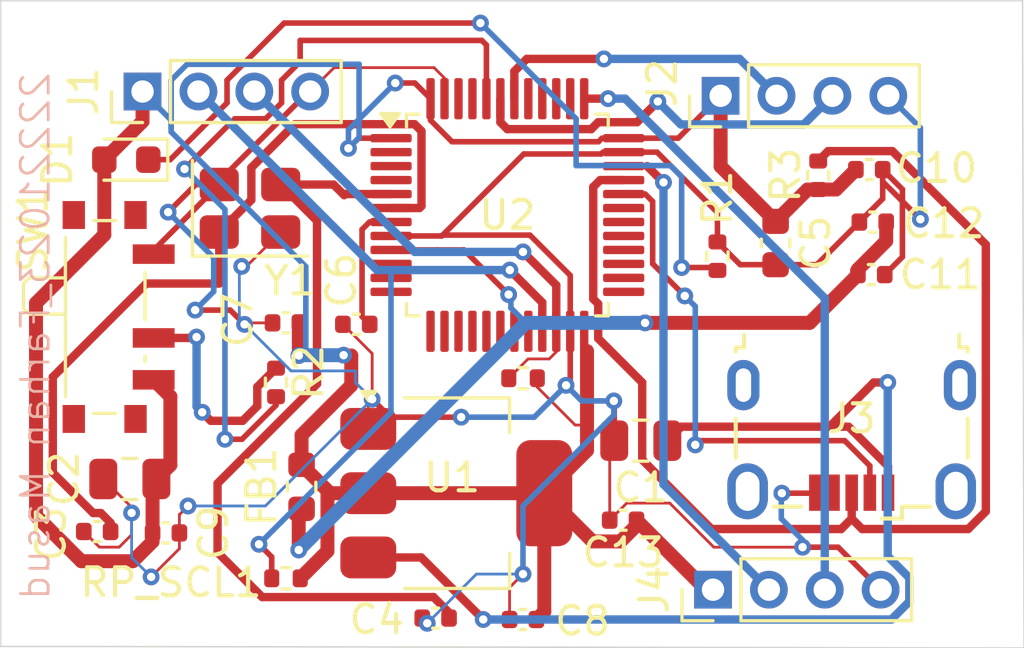
<source format=kicad_pcb>
(kicad_pcb (version 20241229) (generator "pcbnew") (generator_version "9.0")
  (layers (0 "F.Cu" signal) (2 "B.Cu" signal) (13 "F.Paste" user) (15 "B.Paste" user) (5 "F.SilkS" user "F.Silkscreen") (7 "B.SilkS" user "B.Silkscreen") (1 "F.Mask" user) (3 "B.Mask" user) (25 "Edge.Cuts" user))
  (net 0 "")
  (net 1 "GND")
  (net 2 "VBUS")
  (net 3 "+3.3V")
  (net 4 "/HSE_IN")
  (net 5 "/HSE_OUT")
  (net 6 "Net-(U2-NRST)")
  (net 7 "+3.3VA")
  (net 8 "/PWR_LED_K")
  (net 9 "/USART1_RX")
  (net 10 "/USART1_TX")
  (net 11 "/I2C2_SCL")
  (net 12 "/I2C2_SDA")
  (net 13 "Net-(SW1-B)")
  (net 14 "Net-(U2-BOOT0)")
  (net 47 "Net-(J3-D-)")
  (net 48 "Net-(J3-D+)")
  (net 49 "Net-(J4-Pin_3)")
  (net 50 "Net-(J4-Pin_2)")
  (footprint "Capacitor_SMD:C_0402_1005Metric" (layer "F.Cu") (at 159.8448 87.9348 180)
    (property "Reference" "C13")
    (property "Value" "1u" (hide yes))
  )
  (footprint "Capacitor_SMD:C_0603_1608Metric" (layer "F.Cu") (at 165.3032 78.0158 -90)
    (property "Reference" "C5")
    (property "Value" "10u" (hide yes))
  )
  (footprint "Inductor_SMD:L_0603_1608Metric" (layer "F.Cu") (at 148.336 86.7409 90)
    (property "Reference" "FB1")
    (property "Value" "120R" (hide yes))
  )
  (footprint "Connector_USB:USB_Micro-B_Wuerth_629105150521" (layer "F.Cu") (at 168.026 85.052 180)
    (property "Reference" "J3")
    (property "Value" "USB_B_Micro" (hide yes))
  )
  (footprint "Resistor_SMD:R_0402_1005Metric" (layer "F.Cu") (at 156.2628 82.8548)
    (property "Reference" "RP_SDA1" (hide yes))
    (property "Value" "2k2" (hide yes))
  )
  (footprint "Capacitor_SMD:C_0402_1005Metric" (layer "F.Cu") (at 150.2944 80.9244 180)
    (property "Reference" "C6")
    (property "Value" "100n" (hide yes))
  )
  (footprint "Capacitor_SMD:C_0805_2012Metric" (layer "F.Cu") (at 160.4772 85.09 180)
    (property "Reference" "C1")
    (property "Value" "22u" (hide yes))
  )
  (footprint "Capacitor_SMD:C_0402_1005Metric" (layer "F.Cu") (at 147.7772 80.8736 180)
    (property "Reference" "C7")
    (property "Value" "100n" (hide yes))
  )
  (footprint "Crystal:Crystal_SMD_3225-4Pin_3.2x2.5mm" (layer "F.Cu") (at 146.4896 76.7724)
    (property "Reference" "Y1")
    (property "Value" "16MHz" (hide yes))
  )
  (footprint "Capacitor_SMD:C_0402_1005Metric" (layer "F.Cu") (at 168.7804 77.2668 180)
    (property "Reference" "C12")
    (property "Value" "1u" (hide yes))
  )
  (footprint "Capacitor_SMD:C_0805_2012Metric" (layer "F.Cu") (at 142.1892 86.4616 180)
    (property "Reference" "C2")
    (property "Value" "22u" (hide yes))
  )
  (footprint "Connector_PinHeader_2.00mm:PinHeader_1x04_P2.00mm_Vertical" (layer "F.Cu") (at 142.6436 72.5932 90)
    (property "Reference" "J1")
    (property "Value" "Conn_01x04" (hide yes))
  )
  (footprint "Capacitor_SMD:C_0402_1005Metric" (layer "F.Cu") (at 168.7296 79.1464)
    (property "Reference" "C11")
    (property "Value" "10n" (hide yes))
  )
  (footprint "Capacitor_SMD:C_0402_1005Metric" (layer "F.Cu") (at 143.482 88.392)
    (property "Reference" "C9")
    (property "Value" "100n" (hide yes))
  )
  (footprint "Capacitor_SMD:C_0402_1005Metric" (layer "F.Cu") (at 168.656 75.3872)
    (property "Reference" "C10")
    (property "Value" "100n" (hide yes))
  )
  (footprint "Resistor_SMD:R_0402_1005Metric" (layer "F.Cu") (at 163.2204 78.486 90)
    (property "Reference" "R1")
    (property "Value" "1k5" (hide yes))
  )
  (footprint "Capacitor_SMD:C_0402_1005Metric" (layer "F.Cu") (at 141.0208 88.3412 180)
    (property "Reference" "C3")
    (property "Value" "10p" (hide yes))
  )
  (footprint "Resistor_SMD:R_0402_1005Metric" (layer "F.Cu") (at 166.8272 75.5904 90)
    (property "Reference" "R3")
    (property "Value" "1k5" (hide yes))
  )
  (footprint "Button_Switch_SMD:SW_SPDT_PCM12" (layer "F.Cu") (at 141.6124 80.6628 -90)
    (property "Reference" "SW1")
    (property "Value" "SW_SPDT" (hide yes))
  )
  (footprint "Capacitor_SMD:C_0402_1005Metric" (layer "F.Cu") (at 156.2608 91.4908 180)
    (property "Reference" "C8")
    (property "Value" "100n" (hide yes))
  )
  (footprint "Resistor_SMD:R_0402_1005Metric" (layer "F.Cu") (at 147.7772 90.0176 180)
    (property "Reference" "RP_SCL1")
    (property "Value" "2k2" (hide yes))
  )
  (footprint "Connector_PinHeader_2.00mm:PinHeader_1x04_P2.00mm_Vertical" (layer "F.Cu") (at 163.0624 90.424 90)
    (property "Reference" "J4")
    (property "Value" "Conn_01x04" (hide yes))
  )
  (footprint "Package_QFP:LQFP-48_7x7mm_P0.5mm" (layer "F.Cu") (at 155.702 77.0128)
    (property "Reference" "U2")
    (property "Value" "STM32F103C8T6" (hide yes))
  )
  (footprint "LED_SMD:LED_0603_1608Metric" (layer "F.Cu") (at 142.0621 75.0316 180)
    (property "Reference" "D1")
    (property "Value" "GREEN" (hide yes))
  )
  (footprint "Package_TO_SOT_SMD:SOT-223-3_TabPin2" (layer "F.Cu") (at 153.8732 86.9696)
    (property "Reference" "U1")
    (property "Value" "AMS1117-3.3" (hide yes))
  )
  (footprint "Capacitor_SMD:C_0402_1005Metric" (layer "F.Cu") (at 153.134 91.44 180)
    (property "Reference" "C4")
    (property "Value" "10p" (hide yes))
  )
  (footprint "Resistor_SMD:R_0402_1005Metric" (layer "F.Cu") (at 147.4216 83.0052 -90)
    (property "Reference" "R2")
    (property "Value" "10k" (hide yes))
  )
  (footprint "Connector_PinHeader_2.00mm:PinHeader_1x04_P2.00mm_Vertical" (layer "F.Cu") (at 163.3352 72.7456 90)
    (property "Reference" "J2")
    (property "Value" "Conn_01x04" (hide yes))
  )
  (gr_line (start 174.1424 69.342) (end 174.1424 70.612) (stroke (width 0.05)) (layer "Edge.Cuts"))
  (gr_line (start 139.7508 92.456) (end 174.1932 92.5068) (stroke (width 0.05)) (layer "Edge.Cuts"))
  (gr_line (start 174.1932 92.5068) (end 174.1424 70.612) (stroke (width 0.05)) (layer "Edge.Cuts"))
  (gr_line (start 137.5664 70.612) (end 137.5664 69.342) (stroke (width 0.05)) (layer "Edge.Cuts"))
  (gr_line (start 137.5664 70.612) (end 137.5664 92.456) (stroke (width 0.05)) (layer "Edge.Cuts"))
  (gr_line (start 137.5664 69.342) (end 174.1424 69.342) (stroke (width 0.05)) (layer "Edge.Cuts"))
  (gr_line (start 137.5664 92.456) (end 139.7508 92.456) (stroke (width 0.05)) (layer "Edge.Cuts"))
  (gr_text "22221023_Farhan Masud" (at 139.3952 71.8312 90) (layer "B.SilkS") (effects (font (size 1 1) (thickness 0.1)) (justify left bottom mirror)))
  (segment (start 165.3032 78.7908) (end 166.7764 78.7908) (width 0.2) (layer "F.Cu") (net 1))
  (segment (start 142.252 87.4744) (end 141.2392 86.4616) (width 0.1) (layer "F.Cu") (net 1))
  (segment (start 145.3896 75.9224) (end 144.5496 75.9224) (width 0.2) (layer "F.Cu") (net 1))
  (segment (start 142.252 87.675165) (end 142.252 88.456838) (width 0.1) (layer "F.Cu") (net 1))
  (segment (start 144.5496 75.9224) (end 143.5608 76.9112) (width 0.2) (layer "F.Cu") (net 1))
  (segment (start 164.0352 78.7908) (end 163.2204 77.976) (width 0.2) (layer "F.Cu") (net 1))
  (segment (start 155.7808 91.4908) (end 155.7808 90.3452) (width 0.1) (layer "F.Cu") (net 1))
  (segment (start 165.3032 78.7908) (end 164.0352 78.7908) (width 0.2) (layer "F.Cu") (net 1))
  (segment (start 149.8144 80.9244) (end 150.862912 81.972912) (width 0.1) (layer "F.Cu") (net 1))
  (segment (start 159.3648 87.9348) (end 159.3648 85.2524) (width 0.1) (layer "F.Cu") (net 1))
  (segment (start 141.806638 88.9022) (end 141.1018 88.9022) (width 0.1) (layer "F.Cu") (net 1))
  (segment (start 154.047931 84.248731) (end 151.505212 84.248731) (width 0.2) (layer "F.Cu") (net 1))
  (segment (start 169.136 75.8164) (end 170.4848 77.1652) (width 0.2) (layer "F.Cu") (net 1))
  (segment (start 150.862912 83.606431) (end 150.7232 83.746143) (width 0.1) (layer "F.Cu") (net 1))
  (segment (start 159.8645 74.7628) (end 159.127001 74.7628) (width 0.2) (layer "F.Cu") (net 1))
  (segment (start 166.7764 78.7908) (end 168.3004 77.2668) (width 0.2) (layer "F.Cu") (net 1))
  (segment (start 153.35461 77.7628) (end 153.38481 77.7326) (width 0.2) (layer "F.Cu") (net 1))
  (segment (start 152.654 91.445587) (end 152.834004 91.625591) (width 0.1) (layer "F.Cu") (net 1))
  (segment (start 145.784 80.4164) (end 146.294931 80.927331) (width 0.2) (layer "F.Cu") (net 1))
  (segment (start 146.294931 80.927331) (end 146.348662 80.8736) (width 0.1) (layer "F.Cu") (net 1))
  (segment (start 161.51343 87.3252) (end 163.09123 88.903) (width 0.1) (layer "F.Cu") (net 1))
  (segment (start 150.7232 84.6696) (end 150.7232 84.55666) (width 0.2) (layer "F.Cu") (net 1))
  (segment (start 142.252 88.456838) (end 141.806638 88.9022) (width 0.1) (layer "F.Cu") (net 1))
  (segment (start 169.8414 78.5146) (end 169.8414 76.0926) (width 0.2) (layer "F.Cu") (net 1))
  (segment (start 145.3896 75.9224) (end 143.0424 78.2696) (width 0.2) (layer "F.Cu") (net 1))
  (segment (start 169.136 75.3872) (end 169.136 75.8164) (width 0.2) (layer "F.Cu") (net 1))
  (segment (start 142.252 87.675165) (end 142.252 87.4744) (width 0.1) (layer "F.Cu") (net 1))
  (segment (start 146.1928 78.852309) (end 146.359691 78.852309) (width 0.1) (layer "F.Cu") (net 1))
  (segment (start 153.452 72.112801) (end 153.076599 71.7374) (width 0.1) (layer "F.Cu") (net 1))
  (segment (start 169.8414 76.0926) (end 169.136 75.3872) (width 0.2) (layer "F.Cu") (net 1))
  (segment (start 159.3648 85.2524) (end 159.5272 85.09) (width 0.1) (layer "F.Cu") (net 1))
  (segment (start 143.0424 78.2696) (end 143.0424 78.4128) (width 0.2) (layer "F.Cu") (net 1))
  (segment (start 149.8144 80.9244) (end 149.8144 81.050353) (width 0.1) (layer "F.Cu") (net 1))
  (segment (start 148.6436 72.5932) (end 148.590973 72.5932) (width 0.2) (layer "F.Cu") (net 1))
  (segment (start 143.962 88.392) (end 143.962 87.7368) (width 0.1) (layer "F.Cu") (net 1))
  (segment (start 163.2204 76.924857) (end 163.2204 77.976) (width 0.2) (layer "F.Cu") (net 1))
  (segment (start 156.28901 74.8284) (end 153.35461 77.7628) (width 0.2) (layer "F.Cu") (net 1))
  (segment (start 166.7084 86.9696) (end 166.726 86.952) (width 0.2) (layer "F.Cu") (net 1))
  (segment (start 165.526 86.9696) (end 166.7084 86.9696) (width 0.2) (layer "F.Cu") (net 1))
  (segment (start 157.952 79.174857) (end 157.952 81.1753) (width 0.2) (layer "F.Cu") (net 1))
  (segment (start 146.348662 80.8736) (end 147.2972 80.8736) (width 0.1) (layer "F.Cu") (net 1))
  (segment (start 157.803 83.1088) (end 157.952 82.9598) (width 0.2) (layer "F.Cu") (net 1))
  (segment (start 144.526 80.4164) (end 145.784 80.4164) (width 0.2) (layer "F.Cu") (net 1))
  (segment (start 153.076599 71.7374) (end 149.4994 71.7374) (width 0.1) (layer "F.Cu") (net 1))
  (segment (start 149.4994 71.7374) (end 148.6436 72.5932) (width 0.1) (layer "F.Cu") (net 1))
  (segment (start 159.3648 87.9348) (end 159.9744 87.3252) (width 0.1) (layer "F.Cu") (net 1))
  (segment (start 145.3896 75.794573) (end 145.3896 75.9224) (width 0.2) (layer "F.Cu") (net 1))
  (segment (start 155.7808 90.3452) (end 156.2608 89.8652) (width 0.1) (layer "F.Cu") (net 1))
  (segment (start 150.7232 83.746143) (end 150.7232 84.6696) (width 0.1) (layer "F.Cu") (net 1))
  (segment (start 156.509743 77.7326) (end 157.952 79.174857) (width 0.2) (layer "F.Cu") (net 1))
  (segment (start 157.952 82.9598) (end 157.952 81.1753) (width 0.2) (layer "F.Cu") (net 1))
  (segment (start 159.5272 83.6828) (end 159.512 83.6676) (width 0.2) (layer "F.Cu") (net 1))
  (segment (start 153.452 72.8503) (end 153.452 72.112801) (width 0.1) (layer "F.Cu") (net 1))
  (segment (start 169.136 75.3872) (end 169.136 76.4312) (width 0.2) (layer "F.Cu") (net 1))
  (segment (start 153.35461 77.7628) (end 151.5395 77.7628) (width 0.2) (layer "F.Cu") (net 1))
  (segment (start 167.5414 88.903) (end 166.2684 88.903) (width 0.2) (layer "F.Cu") (net 1))
  (segment (start 169.0624 90.424) (end 167.5414 88.903) (width 0.2) (layer "F.Cu") (net 1))
  (segment (start 148.590973 72.5932) (end 145.3896 75.794573) (width 0.2) (layer "F.Cu") (net 1))
  (segment (start 143.962 87.7368) (end 144.272 87.4268) (width 0.1) (layer "F.Cu") (net 1))
  (segment (start 150.862912 81.972912) (end 150.862912 83.606431) (width 0.1) (layer "F.Cu") (net 1))
  (segment (start 169.136 76.4312) (end 168.3004 77.2668) (width 0.2) (layer "F.Cu") (net 1))
  (segment (start 159.9744 87.3252) (end 161.51343 87.3252) (width 0.1) (layer "F.Cu") (net 1))
  (segment (start 159.127001 74.7628) (end 159.061401 74.8284) (width 0.2) (layer "F.Cu") (net 1))
  (segment (start 163.09123 88.903) (end 166.2684 88.903) (width 0.1) (layer "F.Cu") (net 1))
  (segment (start 152.654 91.44) (end 152.654 91.445587) (width 0.1) (layer "F.Cu") (net 1))
  (segment (start 146.359691 78.852309) (end 147.5896 77.6224) (width 0.1) (layer "F.Cu") (net 1))
  (segment (start 159.061401 74.8284) (end 156.28901 74.8284) (width 0.2) (layer "F.Cu") (net 1))
  (segment (start 141.1018 88.9022) (end 140.5408 88.3412) (width 0.1) (layer "F.Cu") (net 1))
  (segment (start 159.8645 74.7628) (end 161.058343 74.7628) (width 0.2) (layer "F.Cu") (net 1))
  (segment (start 153.38481 77.7326) (end 156.509743 77.7326) (width 0.2) (layer "F.Cu") (net 1))
  (segment (start 161.058343 74.7628) (end 163.2204 76.924857) (width 0.2) (layer "F.Cu") (net 1))
  (segment (start 143.962 88.392) (end 143.962 88.956) (width 0.1) (layer "F.Cu") (net 1))
  (segment (start 169.2096 79.1464) (end 169.8414 78.5146) (width 0.2) (layer "F.Cu") (net 1))
  (segment (start 151.505212 84.248731) (end 150.862912 83.606431) (width 0.2) (layer "F.Cu") (net 1))
  (segment (start 143.962 88.956) (end 142.9512 89.9668) (width 0.1) (layer "F.Cu") (net 1))
  (segment (start 159.5272 85.09) (end 159.5272 83.6828) (width 0.2) (layer "F.Cu") (net 1))
  (via (at 152.834004 91.625591) (size 0.6) (drill 0.3) (layers "F.Cu" "B.Cu") (net 1))
  (via (at 144.526 80.4164) (size 0.6) (drill 0.3) (layers "F.Cu" "B.Cu") (net 1))
  (via (at 142.9512 89.9668) (size 0.6) (drill 0.3) (layers "F.Cu" "B.Cu") (net 1))
  (via (at 165.526 86.9696) (size 0.6) (drill 0.3) (layers "F.Cu" "B.Cu") (net 1))
  (via (at 150.862912 83.606431) (size 0.6) (drill 0.3) (layers "F.Cu" "B.Cu") (net 1))
  (via (at 157.803 83.1088) (size 0.6) (drill 0.3) (layers "F.Cu" "B.Cu") (net 1))
  (via (at 143.5608 76.9112) (size 0.6) (drill 0.3) (layers "F.Cu" "B.Cu") (net 1))
  (via (at 142.252 87.675165) (size 0.6) (drill 0.3) (layers "F.Cu" "B.Cu") (net 1))
  (via (at 146.1928 78.852309) (size 0.6) (drill 0.3) (layers "F.Cu" "B.Cu") (net 1))
  (via (at 146.294931 80.927331) (size 0.6) (drill 0.3) (layers "F.Cu" "B.Cu") (net 1))
  (via (at 154.047931 84.248731) (size 0.6) (drill 0.3) (layers "F.Cu" "B.Cu") (net 1))
  (via (at 144.272 87.4268) (size 0.6) (drill 0.3) (layers "F.Cu" "B.Cu") (net 1))
  (via blind (at 166.2684 88.903) (size 0.6) (drill 0.3) (layers "F.Cu" "B.Cu") (net 1))
  (via (at 156.2608 89.8652) (size 0.6) (drill 0.3) (layers "F.Cu" "B.Cu") (net 1))
  (via (at 159.512 83.6676) (size 0.6) (drill 0.3) (layers "F.Cu" "B.Cu") (net 1))
  (via (at 170.4848 77.1652) (size 0.6) (drill 0.3) (layers "F.Cu" "B.Cu") (net 1))
  (segment (start 165.5064 86.9696) (end 165.526 86.9696) (width 0.2) (layer "B.Cu") (net 1))
  (segment (start 154.594395 89.8652) (end 156.2608 89.8652) (width 0.1) (layer "B.Cu") (net 1))
  (segment (start 150.2664 83.009919) (end 150.862912 83.606431) (width 0.1) (layer "B.Cu") (net 1))
  (segment (start 166.2684 88.903) (end 166.2684 88.646) (width 0.2) (layer "B.Cu") (net 1))
  (segment (start 158.3618 83.6676) (end 157.803 83.1088) (width 0.2) (layer "B.Cu") (net 1))
  (segment (start 142.252 89.2676) (end 142.252 87.675165) (width 0.1) (layer "B.Cu") (net 1))
  (segment (start 146.1086 78.936509) (end 146.1928 78.852309) (width 0.1) (layer "B.Cu") (net 1))
  (segment (start 146.294931 80.927331) (end 146.1086 80.741) (width 0.1) (layer "B.Cu") (net 1))
  (segment (start 142.9512 89.9668) (end 142.252 89.2676) (width 0.1) (layer "B.Cu") (net 1))
  (segment (start 145.1918 78.5422) (end 145.1918 79.7506) (width 0.2) (layer "B.Cu") (net 1))
  (segment (start 157.803 83.1088) (end 156.663069 84.248731) (width 0.2) (layer "B.Cu") (net 1))
  (segment (start 159.512 84.1756) (end 156.2608 87.4268) (width 0.2) (layer "B.Cu") (net 1))
  (segment (start 143.5608 76.9112) (end 145.1918 78.5422) (width 0.2) (layer "B.Cu") (net 1))
  (segment (start 145.1918 79.7506) (end 144.526 80.4164) (width 0.2) (layer "B.Cu") (net 1))
  (segment (start 147.9606 82.593) (end 146.294931 80.927331) (width 0.1) (layer "B.Cu") (net 1))
  (segment (start 156.2608 87.4268) (end 156.2608 89.8652) (width 0.2) (layer "B.Cu") (net 1))
  (segment (start 166.2684 88.646) (end 165.5064 87.884) (width 0.2) (layer "B.Cu") (net 1))
  (segment (start 159.512 83.6676) (end 159.512 84.1756) (width 0.2) (layer "B.Cu") (net 1))
  (segment (start 165.5064 87.884) (end 165.5064 86.9696) (width 0.2) (layer "B.Cu") (net 1))
  (segment (start 152.834004 91.625591) (end 154.594395 89.8652) (width 0.1) (layer "B.Cu") (net 1))
  (segment (start 170.4848 73.8952) (end 169.3352 72.7456) (width 0.2) (layer "B.Cu") (net 1))
  (segment (start 170.4848 77.1652) (end 170.4848 73.8952) (width 0.2) (layer "B.Cu") (net 1))
  (segment (start 146.1086 80.741) (end 146.1086 78.936509) (width 0.1) (layer "B.Cu") (net 1))
  (segment (start 159.512 83.6676) (end 158.3618 83.6676) (width 0.2) (layer "B.Cu") (net 1))
  (segment (start 156.663069 84.248731) (end 154.047931 84.248731) (width 0.2) (layer "B.Cu") (net 1))
  (segment (start 147.042543 87.4268) (end 150.862912 83.606431) (width 0.1) (layer "B.Cu") (net 1))
  (segment (start 144.272 87.4268) (end 147.042543 87.4268) (width 0.1) (layer "B.Cu") (net 1))
  (segment (start 150.2664 82.593) (end 147.9606 82.593) (width 0.1) (layer "B.Cu") (net 1))
  (segment (start 150.2664 82.593) (end 150.2664 83.009919) (width 0.1) (layer "B.Cu") (net 1))
  (segment (start 167.914062 84.590062) (end 167.2336 84.590062) (width 0.3) (layer "F.Cu") (net 2))
  (segment (start 169.326 86.952) (end 169.326 86.002) (width 0.3) (layer "F.Cu") (net 2))
  (segment (start 169.326 86.002) (end 167.914062 84.590062) (width 0.3) (layer "F.Cu") (net 2))
  (segment (start 167.2336 84.590062) (end 161.927138 84.590062) (width 0.3) (layer "F.Cu") (net 2))
  (segment (start 150.7232 89.2696) (end 152.6172 89.2696) (width 0.3) (layer "F.Cu") (net 2))
  (segment (start 152.6172 89.2696) (end 154.8384 91.4908) (width 0.3) (layer "F.Cu") (net 2))
  (segment (start 161.927138 84.590062) (end 161.4272 85.09) (width 0.3) (layer "F.Cu") (net 2))
  (segment (start 168.816462 83.0072) (end 167.2336 84.590062) (width 0.3) (layer "F.Cu") (net 2))
  (segment (start 169.3164 83.0072) (end 168.816462 83.0072) (width 0.3) (layer "F.Cu") (net 2))
  (via (at 154.8384 91.4908) (size 0.6) (drill 0.3) (layers "F.Cu" "B.Cu") (net 2))
  (via (at 169.3164 83.0072) (size 0.6) (drill 0.3) (layers "F.Cu" "B.Cu") (net 2))
  (segment (start 154.8384 91.4908) (end 169.446584 91.4908) (width 0.3) (layer "B.Cu") (net 2))
  (segment (start 169.446584 91.4908) (end 170.0884 90.848984) (width 0.3) (layer "B.Cu") (net 2))
  (segment (start 170.0884 90.848984) (end 170.0884 89.999016) (width 0.3) (layer "B.Cu") (net 2))
  (segment (start 170.0884 89.999016) (end 169.3164 89.227016) (width 0.3) (layer "B.Cu") (net 2))
  (segment (start 169.3164 89.227016) (end 169.3164 83.0072) (width 0.3) (layer "B.Cu") (net 2))
  (segment (start 159.753482 88.6958) (end 160.3248 88.124482) (width 0.5) (layer "F.Cu") (net 3))
  (segment (start 149.262 89.0428) (end 149.262 87.0598) (width 0.5) (layer "F.Cu") (net 3))
  (segment (start 152.3901 72.2884) (end 152.952 72.8503) (width 0.2) (layer "F.Cu") (net 3))
  (segment (start 148.2572 80.8736) (end 148.2572 81.063282) (width 0.5) (layer "F.Cu") (net 3))
  (segment (start 150.7232 86.9696) (end 149.3522 86.9696) (width 0.5) (layer "F.Cu") (net 3))
  (segment (start 159.090256 74.2628) (end 159.8645 74.2628) (width 0.2) (layer "F.Cu") (net 3))
  (segment (start 163.3352 75.2728) (end 165.3032 77.2408) (width 0.5) (layer "F.Cu") (net 3))
  (segment (start 158.553 84.5312) (end 158.553 81.882342) (width 0.5) (layer "F.Cu") (net 3))
  (segment (start 140.453118 89.4032) (end 138.8304 87.780482) (width 0.5) (layer "F.Cu") (net 3))
  (segment (start 152.952 72.8503) (end 152.952 73.621624) (width 0.2) (layer "F.Cu") (net 3))
  (segment (start 158.7494 88.6958) (end 159.753482 88.6958) (width 0.5) (layer "F.Cu") (net 3))
  (segment (start 157.0232 91.2084) (end 156.7408 91.4908) (width 0.5) (layer "F.Cu") (net 3))
  (segment (start 151.6888 72.2884) (end 152.3901 72.2884) (width 0.2) (layer "F.Cu") (net 3))
  (segment (start 142.300799 89.4032) (end 140.453118 89.4032) (width 0.5) (layer "F.Cu") (net 3))
  (segment (start 163.0624 90.424) (end 162.814 90.424) (width 0.5) (layer "F.Cu") (net 3))
  (segment (start 142.6436 72.5932) (end 142.6436 73.6626) (width 0.5) (layer "F.Cu") (net 3))
  (segment (start 143.639138 83.509538) (end 143.0424 82.9128) (width 0.5) (layer "F.Cu") (net 3))
  (segment (start 148.336 84.88866) (end 150.114 83.11066) (width 0.5) (layer "F.Cu") (net 3))
  (segment (start 150.114 82.042) (end 149.852601 82.042) (width 0.5) (layer "F.Cu") (net 3))
  (segment (start 156.7728 83.174799) (end 158.129201 84.5312) (width 0.1) (layer "F.Cu") (net 3))
  (segment (start 148.238201 80.892599) (end 148.2572 80.8736) (width 0.5) (layer "F.Cu") (net 3))
  (segment (start 161.818 74.2628) (end 163.3352 72.7456) (width 0.2) (layer "F.Cu") (net 3))
  (segment (start 142.6436 73.6626) (end 141.2746 75.0316) (width 0.5) (layer "F.Cu") (net 3))
  (segment (start 143.002 88.392) (end 143.002 86.5988) (width 0.5) (layer "F.Cu") (net 3))
  (segment (start 156.7728 82.8548) (end 156.7728 83.174799) (width 0.1) (layer "F.Cu") (net 3))
  (segment (start 149.3522 86.9696) (end 148.336 85.9534) (width 0.5) (layer "F.Cu") (net 3))
  (segment (start 143.639138 85.961662) (end 143.639138 83.509538) (width 0.5) (layer "F.Cu") (net 3))
  (segment (start 152.952 73.621624) (end 153.720176 74.3898) (width 0.2) (layer "F.Cu") (net 3))
  (segment (start 168.176 75.3872) (end 167.4628 76.1004) (width 0.5) (layer "F.Cu") (net 3))
  (segment (start 167.4628 76.1004) (end 166.8272 76.1004) (width 0.5) (layer "F.Cu") (net 3))
  (segment (start 162.814 90.424) (end 160.3248 87.9348) (width 0.5) (layer "F.Cu") (net 3))
  (segment (start 148.2872 90.0176) (end 149.262 89.0428) (width 0.5) (layer "F.Cu") (net 3))
  (segment (start 148.238201 82.043) (end 148.238201 80.892599) (width 0.5) (layer "F.Cu") (net 3))
  (segment (start 153.720176 74.3898) (end 158.963256 74.3898) (width 0.2) (layer "F.Cu") (net 3))
  (segment (start 151.5395 74.2628) (end 150.3748 74.2628) (width 0.2) (layer "F.Cu") (net 3))
  (segment (start 157.0232 86.9696) (end 157.0232 91.2084) (width 0.5) (layer "F.Cu") (net 3))
  (segment (start 143.002 88.392) (end 143.002 88.701999) (width 0.5) (layer "F.Cu") (net 3))
  (segment (start 158.553 85.4398) (end 158.553 84.5312) (width 0.5) (layer "F.Cu") (net 3))
  (segment (start 163.3352 74.4728) (end 163.3352 75.2728) (width 0.5) (layer "F.Cu") (net 3))
  (segment (start 157.0232 86.9696) (end 158.553 85.4398) (width 0.5) (layer "F.Cu") (net 3))
  (segment (start 150.7232 86.9696) (end 157.0232 86.9696) (width 0.5) (layer "F.Cu") (net 3))
  (segment (start 159.8645 74.2628) (end 161.818 74.2628) (width 0.2) (layer "F.Cu") (net 3))
  (segment (start 149.262 87.0598) (end 149.3522 86.9696) (width 0.5) (layer "F.Cu") (net 3))
  (segment (start 158.963256 74.3898) (end 159.090256 74.2628) (width 0.2) (layer "F.Cu") (net 3))
  (segment (start 150.114 83.11066) (end 150.114 82.042) (width 0.5) (layer "F.Cu") (net 3))
  (segment (start 150.3748 74.2628) (end 150.0124 74.6252) (width 0.2) (layer "F.Cu") (net 3))
  (segment (start 143.1392 86.4616) (end 143.639138 85.961662) (width 0.5) (layer "F.Cu") (net 3))
  (segment (start 148.336 85.9534) (end 148.336 84.88866) (width 0.5) (layer "F.Cu") (net 3))
  (segment (start 166.4436 76.1004) (end 165.3032 77.2408) (width 0.5) (layer "F.Cu") (net 3))
  (segment (start 157.0232 86.9696) (end 158.7494 88.6958) (width 0.5) (layer "F.Cu") (net 3))
  (segment (start 163.3352 72.7456) (end 163.3352 74.4728) (width 0.5) (layer "F.Cu") (net 3))
  (segment (start 138.8304 80.1668) (end 138.8304 87.780482) (width 0.5) (layer "F.Cu") (net 3))
  (segment (start 149.852601 82.042) (end 149.840314 82.029713) (width 0.5) (layer "F.Cu") (net 3))
  (segment (start 166.8272 76.1004) (end 166.4436 76.1004) (width 0.5) (layer "F.Cu") (net 3))
  (segment (start 141.2746 75.0316) (end 141.2746 77.7226) (width 0.5) (layer "F.Cu") (net 3))
  (segment (start 158.129201 84.5312) (end 158.553 84.5312) (width 0.1) (layer "F.Cu") (net 3))
  (segment (start 141.2746 77.7226) (end 138.8304 80.1668) (width 0.5) (layer "F.Cu") (net 3))
  (segment (start 143.002 88.701999) (end 142.300799 89.4032) (width 0.5) (layer "F.Cu") (net 3))
  (segment (start 143.002 86.5988) (end 143.1392 86.4616) (width 0.5) (layer "F.Cu") (net 3))
  (segment (start 160.3248 88.124482) (end 160.3248 87.9348) (width 0.5) (layer "F.Cu") (net 3))
  (via (at 149.840314 82.029713) (size 0.6) (drill 0.3) (layers "F.Cu" "B.Cu") (net 3))
  (via (at 151.6888 72.2884) (size 0.6) (drill 0.3) (layers "F.Cu" "B.Cu") (net 3))
  (via (at 148.238201 82.043) (size 0.6) (drill 0.3) (layers "F.Cu" "B.Cu") (net 3))
  (via (at 150.0124 74.6252) (size 0.6) (drill 0.3) (layers "F.Cu" "B.Cu") (net 3))
  (segment (start 150.394343 71.6172) (end 144.239327 71.6172) (width 0.2) (layer "B.Cu") (net 3))
  (segment (start 148.251488 82.029713) (end 148.238201 82.043) (width 0.5) (layer "B.Cu") (net 3))
  (segment (start 144.239327 71.6172) (end 143.6676 72.188927) (width 0.2) (layer "B.Cu") (net 3))
  (segment (start 143.6676 72.188927) (end 143.6676 73.914) (width 0.2) (layer "B.Cu") (net 3))
  (segment (start 150.0124 73.9648) (end 151.6888 72.2884) (width 0.2) (layer "B.Cu") (net 3))
  (segment (start 143.6676 73.914) (end 143.6676 73.6172) (width 0.2) (layer "B.Cu") (net 3))
  (segment (start 143.6676 73.6172) (end 142.6436 72.5932) (width 0.2) (layer "B.Cu") (net 3))
  (segment (start 150.0124 74.6252) (end 150.0124 73.9648) (width 0.2) (layer "B.Cu") (net 3))
  (segment (start 148.4884 78.85811) (end 148.4884 81.792801) (width 0.2) (layer "B.Cu") (net 3))
  (segment (start 148.4884 81.792801) (end 148.238201 82.043) (width 0.2) (layer "B.Cu") (net 3))
  (segment (start 143.6676 73.914) (end 143.6676 74.03731) (width 0.2) (layer "B.Cu") (net 3))
  (segment (start 150.0124 74.6252) (end 150.394343 74.243257) (width 0.2) (layer "B.Cu") (net 3))
  (segment (start 150.394343 74.243257) (end 150.394343 71.6172) (width 0.2) (layer "B.Cu") (net 3))
  (segment (start 149.840314 82.029713) (end 148.251488 82.029713) (width 0.5) (layer "B.Cu") (net 3))
  (segment (start 143.6676 74.03731) (end 148.4884 78.85811) (width 0.2) (layer "B.Cu") (net 3))
  (segment (start 146.5386 75.31653) (end 148.09333 73.7618) (width 0.3) (layer "F.Cu") (net 4))
  (segment (start 148.09333 73.7618) (end 152.380534 73.7618) (width 0.3) (layer "F.Cu") (net 4))
  (segment (start 142.776104 79.4656) (end 139.4314 82.810304) (width 0.3) (layer "F.Cu") (net 4))
  (segment (start 145.3896 79.4656) (end 142.776104 79.4656) (width 0.3) (layer "F.Cu") (net 4))
  (segment (start 145.3896 77.6224) (end 146.5386 76.4734) (width 0.3) (layer "F.Cu") (net 4))
  (segment (start 141.149799 87.6802) (end 141.5008 88.031201) (width 0.3) (layer "F.Cu") (net 4))
  (segment (start 141.5008 88.031201) (end 141.5008 88.3412) (width 0.3) (layer "F.Cu") (net 4))
  (segment (start 152.380534 73.7618) (end 152.628 74.009266) (width 0.3) (layer "F.Cu") (net 4))
  (segment (start 152.5564 76.7628) (end 151.5395 76.7628) (width 0.3) (layer "F.Cu") (net 4))
  (segment (start 139.4314 82.810304) (end 139.4314 86.23567) (width 0.3) (layer "F.Cu") (net 4))
  (segment (start 145.3896 77.6224) (end 145.3896 79.4656) (width 0.3) (layer "F.Cu") (net 4))
  (segment (start 146.5386 76.4734) (end 146.5386 75.31653) (width 0.3) (layer "F.Cu") (net 4))
  (segment (start 152.628 76.6912) (end 152.5564 76.7628) (width 0.3) (layer "F.Cu") (net 4))
  (segment (start 152.628 74.009266) (end 152.628 76.6912) (width 0.3) (layer "F.Cu") (net 4))
  (segment (start 139.4314 86.23567) (end 140.87593 87.6802) (width 0.3) (layer "F.Cu") (net 4))
  (segment (start 140.87593 87.6802) (end 141.149799 87.6802) (width 0.3) (layer "F.Cu") (net 4))
  (segment (start 153.614 91.44) (end 153.614 91.24352) (width 0.3) (layer "F.Cu") (net 5))
  (segment (start 147.5896 75.9224) (end 149.4808 75.9224) (width 0.3) (layer "F.Cu") (net 5))
  (segment (start 145.3282 86.61965) (end 148.8882 83.05965) (width 0.3) (layer "F.Cu") (net 5))
  (segment (start 153.614 91.24352) (end 153.05908 90.6886) (width 0.3) (layer "F.Cu") (net 5))
  (segment (start 146.92715 90.6886) (end 145.3282 89.08965) (width 0.3) (layer "F.Cu") (net 5))
  (segment (start 149.86 76.3016) (end 149.8988 76.2628) (width 0.3) (layer "F.Cu") (net 5))
  (segment (start 148.8882 83.05965) (end 148.8882 77.221) (width 0.3) (layer "F.Cu") (net 5))
  (segment (start 149.8988 76.2628) (end 151.5395 76.2628) (width 0.3) (layer "F.Cu") (net 5))
  (segment (start 148.8882 77.221) (end 147.5896 75.9224) (width 0.3) (layer "F.Cu") (net 5))
  (segment (start 149.4808 75.9224) (end 149.86 76.3016) (width 0.3) (layer "F.Cu") (net 5))
  (segment (start 153.05908 90.6886) (end 146.92715 90.6886) (width 0.3) (layer "F.Cu") (net 5))
  (segment (start 145.3282 89.08965) (end 145.3282 86.61965) (width 0.3) (layer "F.Cu") (net 5))
  (segment (start 150.501 77.529976) (end 150.768176 77.2628) (width 0.2) (layer "F.Cu") (net 6))
  (segment (start 150.7744 80.9244) (end 150.501 80.651) (width 0.2) (layer "F.Cu") (net 6))
  (segment (start 150.768176 77.2628) (end 151.5395 77.2628) (width 0.2) (layer "F.Cu") (net 6))
  (segment (start 150.501 80.651) (end 150.501 77.529976) (width 0.2) (layer "F.Cu") (net 6))
  (segment (start 148.2344 89.0016) (end 148.2344 87.63) (width 0.5) (layer "F.Cu") (net 7))
  (segment (start 151.5395 78.2628) (end 153.1928 78.2628) (width 0.2) (layer "F.Cu") (net 7))
  (segment (start 153.1928 78.2628) (end 154.150222 78.2628) (width 0.2) (layer "F.Cu") (net 7))
  (segment (start 169.2604 77.2668) (end 169.2604 77.945918) (width 0.5) (layer "F.Cu") (net 7))
  (segment (start 166.5224 80.8736) (end 160.6296 80.8736) (width 0.5) (layer "F.Cu") (net 7))
  (segment (start 154.150222 78.2628) (end 155.747198 79.859776) (width 0.2) (layer "F.Cu") (net 7))
  (segment (start 169.2604 77.945918) (end 168.2496 78.956718) (width 0.5) (layer "F.Cu") (net 7))
  (segment (start 168.2496 79.1464) (end 166.5224 80.8736) (width 0.5) (layer "F.Cu") (net 7))
  (segment (start 148.2344 87.63) (end 148.336 87.5284) (width 0.5) (layer "F.Cu") (net 7))
  (segment (start 168.2496 78.956718) (end 168.2496 79.1464) (width 0.5) (layer "F.Cu") (net 7))
  (via (at 160.6296 80.8736) (size 0.6) (drill 0.3) (layers "F.Cu" "B.Cu") (net 7))
  (via (at 148.2344 89.0016) (size 0.6) (drill 0.3) (layers "F.Cu" "B.Cu") (net 7))
  (via (at 155.747198 79.859776) (size 0.6) (drill 0.3) (layers "F.Cu" "B.Cu") (net 7))
  (segment (start 155.829 79.941578) (end 155.829 80.3402) (width 0.2) (layer "B.Cu") (net 7))
  (segment (start 155.747198 79.859776) (end 155.829 79.941578) (width 0.2) (layer "B.Cu") (net 7))
  (segment (start 155.829 80.3402) (end 156.3624 80.8736) (width 0.2) (layer "B.Cu") (net 7))
  (segment (start 156.3624 80.8736) (end 148.2344 89.0016) (width 0.5) (layer "B.Cu") (net 7))
  (segment (start 160.6296 80.8736) (end 156.3624 80.8736) (width 0.5) (layer "B.Cu") (net 7))
  (segment (start 143.633473 75.0316) (end 145.6676 72.997473) (width 0.2) (layer "F.Cu") (net 8))
  (segment (start 145.6676 72.997473) (end 145.6676 72.188927) (width 0.2) (layer "F.Cu") (net 8))
  (segment (start 154.7368 70.142) (end 147.714527 70.142) (width 0.2) (layer "F.Cu") (net 8))
  (segment (start 142.8496 75.0316) (end 143.633473 75.0316) (width 0.2) (layer "F.Cu") (net 8))
  (segment (start 147.714527 70.142) (end 145.6676 72.188927) (width 0.2) (layer "F.Cu") (net 8))
  (segment (start 163.1168 78.8924) (end 163.2204 78.996) (width 0.2) (layer "F.Cu") (net 8))
  (segment (start 161.94 78.8924) (end 163.1168 78.8924) (width 0.2) (layer "F.Cu") (net 8))
  (via (at 154.7368 70.142) (size 0.6) (drill 0.3) (layers "F.Cu" "B.Cu") (net 8))
  (via (at 161.94 78.8924) (size 0.6) (drill 0.3) (layers "F.Cu" "B.Cu") (net 8))
  (segment (start 161.94 75.644457) (end 161.94 78.8924) (width 0.2) (layer "B.Cu") (net 8))
  (segment (start 161.538943 75.2434) (end 161.94 75.644457) (width 0.2) (layer "B.Cu") (net 8))
  (segment (start 158.1618 75.2434) (end 158.1618 73.567) (width 0.2) (layer "B.Cu") (net 8))
  (segment (start 158.1618 75.2434) (end 161.538943 75.2434) (width 0.2) (layer "B.Cu") (net 8))
  (segment (start 158.1618 73.567) (end 154.7368 70.142) (width 0.2) (layer "B.Cu") (net 8))
  (segment (start 160.344266 73.691334) (end 158.953 73.691334) (width 0.3) (layer "F.Cu") (net 9))
  (segment (start 155.698466 73.9388) (end 155.452 73.692334) (width 0.3) (layer "F.Cu") (net 9))
  (segment (start 158.705534 73.9388) (end 155.698466 73.9388) (width 0.3) (layer "F.Cu") (net 9))
  (segment (start 155.452 73.692334) (end 155.452 72.8503) (width 0.3) (layer "F.Cu") (net 9))
  (segment (start 158.953 73.691334) (end 158.705534 73.9388) (width 0.3) (layer "F.Cu") (net 9))
  (segment (start 161.0868 72.9488) (end 160.344266 73.691334) (width 0.3) (layer "F.Cu") (net 9))
  (via (at 161.0868 72.9488) (size 0.6) (drill 0.3) (layers "F.Cu" "B.Cu") (net 9))
  (segment (start 161.9096 73.7716) (end 161.0868 72.9488) (width 0.3) (layer "B.Cu") (net 9))
  (segment (start 166.3092 73.7716) (end 161.9096 73.7716) (width 0.3) (layer "B.Cu") (net 9))
  (segment (start 167.3352 72.7456) (end 166.3092 73.7716) (width 0.3) (layer "B.Cu") (net 9))
  (segment (start 156.3958 71.4248) (end 159.1564 71.4248) (width 0.3) (layer "F.Cu") (net 10))
  (segment (start 155.952 72.8503) (end 155.952 71.8686) (width 0.3) (layer "F.Cu") (net 10))
  (segment (start 155.952 71.8686) (end 156.3958 71.4248) (width 0.3) (layer "F.Cu") (net 10))
  (via (at 159.1564 71.4248) (size 0.6) (drill 0.3) (layers "F.Cu" "B.Cu") (net 10))
  (segment (start 164.0144 71.4248) (end 165.3352 72.7456) (width 0.3) (layer "B.Cu") (net 10))
  (segment (start 159.1564 71.4248) (end 164.0144 71.4248) (width 0.3) (layer "B.Cu") (net 10))
  (segment (start 155.790261 78.9836) (end 156.952 80.145339) (width 0.3) (layer "F.Cu") (net 11))
  (segment (start 147.2672 89.2536) (end 146.812 88.7984) (width 0.2) (layer "F.Cu") (net 11))
  (segment (start 147.2672 90.0176) (end 147.2672 89.2536) (width 0.2) (layer "F.Cu") (net 11))
  (segment (start 156.952 80.145339) (end 156.952 81.1753) (width 0.3) (layer "F.Cu") (net 11))
  (via (at 155.790261 78.9836) (size 0.6) (drill 0.3) (layers "F.Cu" "B.Cu") (net 11))
  (via (at 146.812 88.7984) (size 0.6) (drill 0.3) (layers "F.Cu" "B.Cu") (net 11))
  (segment (start 151.5364 84.074) (end 151.5364 78.9836) (width 0.2) (layer "B.Cu") (net 11))
  (segment (start 144.6436 72.5932) (end 151.034 78.9836) (width 0.3) (layer "B.Cu") (net 11))
  (segment (start 151.5364 78.9836) (end 155.790261 78.9836) (width 0.3) (layer "B.Cu") (net 11))
  (segment (start 146.812 88.7984) (end 151.5364 84.074) (width 0.2) (layer "B.Cu") (net 11))
  (segment (start 151.034 78.9836) (end 151.5364 78.9836) (width 0.3) (layer "B.Cu") (net 11))
  (segment (start 157.200999 82.1638) (end 157.452 81.912799) (width 0.1) (layer "F.Cu") (net 12))
  (segment (start 157.452 81.912799) (end 157.452 81.1753) (width 0.1) (layer "F.Cu") (net 12))
  (segment (start 157.452 79.5248) (end 157.452 81.1753) (width 0.3) (layer "F.Cu") (net 12))
  (segment (start 157.452 80.403976) (end 157.452 81.1753) (width 0.2) (layer "F.Cu") (net 12))
  (segment (start 156.4438 82.1638) (end 157.200999 82.1638) (width 0.1) (layer "F.Cu") (net 12))
  (segment (start 155.7528 82.8548) (end 156.4438 82.1638) (width 0.1) (layer "F.Cu") (net 12))
  (segment (start 156.2608 78.3336) (end 157.452 79.5248) (width 0.3) (layer "F.Cu") (net 12))
  (via (at 156.2608 78.3336) (size 0.6) (drill 0.3) (layers "F.Cu" "B.Cu") (net 12))
  (segment (start 152.384 78.3336) (end 156.2608 78.3336) (width 0.3) (layer "B.Cu") (net 12))
  (segment (start 146.6436 72.5932) (end 152.384 78.3336) (width 0.3) (layer "B.Cu") (net 12))
  (segment (start 144.78 84.074) (end 145.0848 84.3788) (width 0.3) (layer "F.Cu") (net 13))
  (segment (start 146.7506 83.85525) (end 146.7506 83.1662) (width 0.3) (layer "F.Cu") (net 13))
  (segment (start 143.0424 81.4128) (end 144.5456 81.4128) (width 0.3) (layer "F.Cu") (net 13))
  (segment (start 146.7506 83.1662) (end 147.4216 82.4952) (width 0.3) (layer "F.Cu") (net 13))
  (segment (start 146.22705 84.3788) (end 146.7506 83.85525) (width 0.3) (layer "F.Cu") (net 13))
  (segment (start 144.5456 81.4128) (end 144.5768 81.3816) (width 0.3) (layer "F.Cu") (net 13))
  (segment (start 145.0848 84.3788) (end 146.22705 84.3788) (width 0.3) (layer "F.Cu") (net 13))
  (via (at 144.78 84.074) (size 0.6) (drill 0.3) (layers "F.Cu" "B.Cu") (net 13))
  (via (at 144.5768 81.3816) (size 0.6) (drill 0.3) (layers "F.Cu" "B.Cu") (net 13))
  (segment (start 144.5768 83.8708) (end 144.78 84.074) (width 0.3) (layer "B.Cu") (net 13))
  (segment (start 144.5768 81.3816) (end 144.5768 83.8708) (width 0.3) (layer "B.Cu") (net 13))
  (segment (start 145.944402 73.5692) (end 144.146975 75.366628) (width 0.2) (layer "F.Cu") (net 14))
  (segment (start 145.5928 85.0392) (end 146.20446 85.0392) (width 0.2) (layer "F.Cu") (net 14))
  (segment (start 147.4216 83.5152) (end 147.4254 83.5152) (width 0.2) (layer "F.Cu") (net 14))
  (segment (start 146.20446 85.0392) (end 147.4216 83.82206) (width 0.2) (layer "F.Cu") (net 14))
  (segment (start 154.952 70.9288) (end 154.7876 70.7644) (width 0.2) (layer "F.Cu") (net 14))
  (segment (start 148.2852 71.523327) (end 147.6196 72.188927) (width 0.2) (layer "F.Cu") (net 14))
  (segment (start 147.6196 72.188927) (end 147.6196 72.997473) (width 0.2) (layer "F.Cu") (net 14))
  (segment (start 154.952 72.8503) (end 154.952 70.9288) (width 0.2) (layer "F.Cu") (net 14))
  (segment (start 148.2852 70.7644) (end 148.2852 71.523327) (width 0.2) (layer "F.Cu") (net 14))
  (segment (start 154.7876 70.7644) (end 148.2852 70.7644) (width 0.2) (layer "F.Cu") (net 14))
  (segment (start 147.047873 73.5692) (end 145.944402 73.5692) (width 0.2) (layer "F.Cu") (net 14))
  (segment (start 147.6196 72.997473) (end 147.047873 73.5692) (width 0.2) (layer "F.Cu") (net 14))
  (segment (start 147.4216 83.82206) (end 147.4216 83.5152) (width 0.2) (layer "F.Cu") (net 14))
  (via (at 145.5928 85.0392) (size 0.6) (drill 0.3) (layers "F.Cu" "B.Cu") (net 14))
  (via (at 144.146975 75.366628) (size 0.6) (drill 0.3) (layers "F.Cu" "B.Cu") (net 14))
  (segment (start 144.146975 75.366628) (end 145.5928 76.812453) (width 0.2) (layer "B.Cu") (net 14))
  (segment (start 145.5928 76.812453) (end 145.5928 85.0392) (width 0.2) (layer "B.Cu") (net 14))
  (segment (start 162.052 79.9084) (end 160.903 78.7594) (width 0.2) (layer "F.Cu") (net 47))
  (segment (start 160.635824 76.2628) (end 159.8645 76.2628) (width 0.2) (layer "F.Cu") (net 47))
  (segment (start 160.903 76.529976) (end 160.635824 76.2628) (width 0.2) (layer "F.Cu") (net 47))
  (segment (start 168.676 86.952) (end 168.676 85.98981) (width 0.2) (layer "F.Cu") (net 47))
  (segment (start 167.77619 85.09) (end 162.577262 85.09) (width 0.2) (layer "F.Cu") (net 47))
  (segment (start 168.676 85.98981) (end 167.77619 85.09) (width 0.2) (layer "F.Cu") (net 47))
  (segment (start 160.903 78.7594) (end 160.903 76.529976) (width 0.2) (layer "F.Cu") (net 47))
  (segment (start 162.577262 85.09) (end 162.4272 85.240062) (width 0.2) (layer "F.Cu") (net 47))
  (via (at 162.052 79.9084) (size 0.6) (drill 0.3) (layers "F.Cu" "B.Cu") (net 47))
  (via (at 162.4272 85.240062) (size 0.6) (drill 0.3) (layers "F.Cu" "B.Cu") (net 47))
  (segment (start 162.4272 80.2836) (end 162.052 79.9084) (width 0.2) (layer "B.Cu") (net 47))
  (segment (start 162.4272 85.240062) (end 162.4272 80.2836) (width 0.2) (layer "B.Cu") (net 47))
  (segment (start 172.827 87.622694) (end 172.196694 88.253) (width 0.3) (layer "F.Cu") (net 48))
  (segment (start 158.776 76.009266) (end 159.022466 75.7628) (width 0.3) (layer "F.Cu") (net 48))
  (segment (start 166.8272 75.0804) (end 167.1814 74.7262) (width 0.3) (layer "F.Cu") (net 48))
  (segment (start 160.528 83.0074) (end 158.953 81.4324) (width 0.3) (layer "F.Cu") (net 48))
  (segment (start 168.026 87.879) (end 167.652 88.253) (width 0.3) (layer "F.Cu") (net 48))
  (segment (start 169.48326 74.7262) (end 172.827 78.06994) (width 0.3) (layer "F.Cu") (net 48))
  (segment (start 172.827 78.06994) (end 172.827 87.622694) (width 0.3) (layer "F.Cu") (net 48))
  (segment (start 167.1814 74.7262) (end 169.48326 74.7262) (width 0.3) (layer "F.Cu") (net 48))
  (segment (start 158.953 80.193334) (end 158.776 80.016334) (width 0.3) (layer "F.Cu") (net 48))
  (segment (start 158.953 81.4324) (end 158.953 80.193334) (width 0.3) (layer "F.Cu") (net 48))
  (segment (start 168.026 86.952) (end 168.026 87.879) (width 0.3) (layer "F.Cu") (net 48))
  (segment (start 163.00833 88.253) (end 160.528 85.77267) (width 0.3) (layer "F.Cu") (net 48))
  (segment (start 159.022466 75.7628) (end 159.8645 75.7628) (width 0.3) (layer "F.Cu") (net 48))
  (segment (start 167.652 88.253) (end 163.00833 88.253) (width 0.3) (layer "F.Cu") (net 48))
  (segment (start 158.776 80.016334) (end 158.776 76.009266) (width 0.3) (layer "F.Cu") (net 48))
  (segment (start 168.4 88.253) (end 168.026 87.879) (width 0.3) (layer "F.Cu") (net 48))
  (segment (start 160.528 85.77267) (end 160.528 83.0074) (width 0.3) (layer "F.Cu") (net 48))
  (segment (start 172.196694 88.253) (end 168.4 88.253) (width 0.3) (layer "F.Cu") (net 48))
  (segment (start 159.3088 72.8472) (end 158.4551 72.8472) (width 0.3) (layer "F.Cu") (net 49))
  (segment (start 158.4551 72.8472) (end 158.452 72.8503) (width 0.3) (layer "F.Cu") (net 49))
  (via (at 159.3088 72.8472) (size 0.6) (drill 0.3) (layers "F.Cu" "B.Cu") (net 49))
  (segment (start 159.9184 72.8472) (end 159.3088 72.8472) (width 0.3) (layer "B.Cu") (net 49))
  (segment (start 167.0624 90.424) (end 167.0624 79.9912) (width 0.3) (layer "B.Cu") (net 49))
  (segment (start 167.0624 79.9912) (end 159.9184 72.8472) (width 0.3) (layer "B.Cu") (net 49))
  (segment (start 161.29 75.8444) (end 161.288134 75.8444) (width 0.3) (layer "F.Cu") (net 50))
  (segment (start 161.288134 75.8444) (end 160.706534 75.2628) (width 0.3) (layer "F.Cu") (net 50))
  (via (at 161.29 75.8444) (size 0.6) (drill 0.3) (layers "F.Cu" "B.Cu") (net 50))
  (segment (start 165.0624 90.424) (end 161.29 86.6516) (width 0.3) (layer "B.Cu") (net 50))
  (segment (start 161.29 86.6516) (end 161.29 75.8444) (width 0.3) (layer "B.Cu") (net 50))
)
</source>
